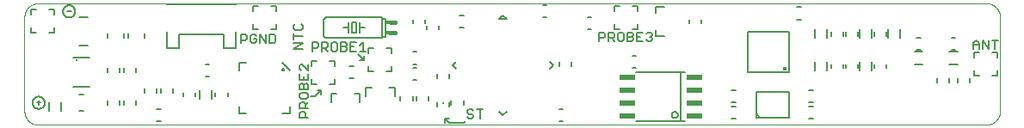
<source format=gto>
G75*
%MOIN*%
%OFA0B0*%
%FSLAX25Y25*%
%IPPOS*%
%LPD*%
%AMOC8*
5,1,8,0,0,1.08239X$1,22.5*
%
%ADD10C,0.00000*%
%ADD11C,0.00787*%
%ADD12C,0.00500*%
%ADD13C,0.00800*%
%ADD14R,0.05984X0.01930*%
%ADD15C,0.00600*%
%ADD16C,0.00787*%
%ADD17C,0.01575*%
%ADD18R,0.00984X0.00984*%
%ADD19C,0.01600*%
%ADD20R,0.02300X0.01600*%
D10*
X0007412Y0020559D02*
X0374341Y0020559D01*
X0374341Y0020558D02*
X0374488Y0020560D01*
X0374634Y0020566D01*
X0374781Y0020576D01*
X0374927Y0020589D01*
X0375073Y0020607D01*
X0375218Y0020628D01*
X0375362Y0020653D01*
X0375506Y0020683D01*
X0375649Y0020715D01*
X0375791Y0020752D01*
X0375932Y0020793D01*
X0376072Y0020837D01*
X0376211Y0020885D01*
X0376348Y0020936D01*
X0376484Y0020992D01*
X0376619Y0021051D01*
X0376751Y0021113D01*
X0376883Y0021179D01*
X0377012Y0021248D01*
X0377139Y0021321D01*
X0377265Y0021397D01*
X0377388Y0021477D01*
X0377509Y0021560D01*
X0377628Y0021645D01*
X0377745Y0021735D01*
X0377859Y0021827D01*
X0377971Y0021922D01*
X0378080Y0022020D01*
X0378186Y0022121D01*
X0378290Y0022225D01*
X0378391Y0022331D01*
X0378489Y0022440D01*
X0378584Y0022552D01*
X0378676Y0022666D01*
X0378766Y0022783D01*
X0378851Y0022902D01*
X0378934Y0023023D01*
X0379014Y0023146D01*
X0379090Y0023272D01*
X0379163Y0023399D01*
X0379232Y0023528D01*
X0379298Y0023660D01*
X0379360Y0023792D01*
X0379419Y0023927D01*
X0379475Y0024063D01*
X0379526Y0024200D01*
X0379574Y0024339D01*
X0379618Y0024479D01*
X0379659Y0024620D01*
X0379696Y0024762D01*
X0379728Y0024905D01*
X0379758Y0025049D01*
X0379783Y0025193D01*
X0379804Y0025338D01*
X0379822Y0025484D01*
X0379835Y0025630D01*
X0379845Y0025777D01*
X0379851Y0025923D01*
X0379853Y0026070D01*
X0379853Y0062291D01*
X0379851Y0062438D01*
X0379845Y0062584D01*
X0379835Y0062731D01*
X0379822Y0062877D01*
X0379804Y0063023D01*
X0379783Y0063168D01*
X0379758Y0063312D01*
X0379728Y0063456D01*
X0379696Y0063599D01*
X0379659Y0063741D01*
X0379618Y0063882D01*
X0379574Y0064022D01*
X0379526Y0064161D01*
X0379475Y0064298D01*
X0379419Y0064434D01*
X0379360Y0064569D01*
X0379298Y0064701D01*
X0379232Y0064833D01*
X0379163Y0064962D01*
X0379090Y0065089D01*
X0379014Y0065215D01*
X0378934Y0065338D01*
X0378851Y0065459D01*
X0378766Y0065578D01*
X0378676Y0065695D01*
X0378584Y0065809D01*
X0378489Y0065921D01*
X0378391Y0066030D01*
X0378290Y0066136D01*
X0378186Y0066240D01*
X0378080Y0066341D01*
X0377971Y0066439D01*
X0377859Y0066534D01*
X0377745Y0066626D01*
X0377628Y0066716D01*
X0377509Y0066801D01*
X0377388Y0066884D01*
X0377265Y0066964D01*
X0377139Y0067040D01*
X0377012Y0067113D01*
X0376883Y0067182D01*
X0376751Y0067248D01*
X0376619Y0067310D01*
X0376484Y0067369D01*
X0376348Y0067425D01*
X0376211Y0067476D01*
X0376072Y0067524D01*
X0375932Y0067568D01*
X0375791Y0067609D01*
X0375649Y0067646D01*
X0375506Y0067678D01*
X0375362Y0067708D01*
X0375218Y0067733D01*
X0375073Y0067754D01*
X0374927Y0067772D01*
X0374781Y0067785D01*
X0374634Y0067795D01*
X0374488Y0067801D01*
X0374341Y0067803D01*
X0007412Y0067803D01*
X0007265Y0067801D01*
X0007119Y0067795D01*
X0006972Y0067785D01*
X0006826Y0067772D01*
X0006680Y0067754D01*
X0006535Y0067733D01*
X0006391Y0067708D01*
X0006247Y0067678D01*
X0006104Y0067646D01*
X0005962Y0067609D01*
X0005821Y0067568D01*
X0005681Y0067524D01*
X0005542Y0067476D01*
X0005405Y0067425D01*
X0005269Y0067369D01*
X0005134Y0067310D01*
X0005002Y0067248D01*
X0004870Y0067182D01*
X0004741Y0067113D01*
X0004614Y0067040D01*
X0004488Y0066964D01*
X0004365Y0066884D01*
X0004244Y0066801D01*
X0004125Y0066716D01*
X0004008Y0066626D01*
X0003894Y0066534D01*
X0003782Y0066439D01*
X0003673Y0066341D01*
X0003567Y0066240D01*
X0003463Y0066136D01*
X0003362Y0066030D01*
X0003264Y0065921D01*
X0003169Y0065809D01*
X0003077Y0065695D01*
X0002987Y0065578D01*
X0002902Y0065459D01*
X0002819Y0065338D01*
X0002739Y0065215D01*
X0002663Y0065089D01*
X0002590Y0064962D01*
X0002521Y0064833D01*
X0002455Y0064701D01*
X0002393Y0064569D01*
X0002334Y0064434D01*
X0002278Y0064298D01*
X0002227Y0064161D01*
X0002179Y0064022D01*
X0002135Y0063882D01*
X0002094Y0063741D01*
X0002057Y0063599D01*
X0002025Y0063456D01*
X0001995Y0063312D01*
X0001970Y0063168D01*
X0001949Y0063023D01*
X0001931Y0062877D01*
X0001918Y0062731D01*
X0001908Y0062584D01*
X0001902Y0062438D01*
X0001900Y0062291D01*
X0001900Y0026070D01*
X0001902Y0025923D01*
X0001908Y0025777D01*
X0001918Y0025630D01*
X0001931Y0025484D01*
X0001949Y0025338D01*
X0001970Y0025193D01*
X0001995Y0025049D01*
X0002025Y0024905D01*
X0002057Y0024762D01*
X0002094Y0024620D01*
X0002135Y0024479D01*
X0002179Y0024339D01*
X0002227Y0024200D01*
X0002278Y0024063D01*
X0002334Y0023927D01*
X0002393Y0023792D01*
X0002455Y0023660D01*
X0002521Y0023528D01*
X0002590Y0023399D01*
X0002663Y0023272D01*
X0002739Y0023146D01*
X0002819Y0023023D01*
X0002902Y0022902D01*
X0002987Y0022783D01*
X0003077Y0022666D01*
X0003169Y0022552D01*
X0003264Y0022440D01*
X0003362Y0022331D01*
X0003463Y0022225D01*
X0003567Y0022121D01*
X0003673Y0022020D01*
X0003782Y0021922D01*
X0003894Y0021827D01*
X0004008Y0021735D01*
X0004125Y0021645D01*
X0004244Y0021560D01*
X0004365Y0021477D01*
X0004488Y0021397D01*
X0004614Y0021321D01*
X0004741Y0021248D01*
X0004870Y0021179D01*
X0005002Y0021113D01*
X0005134Y0021051D01*
X0005269Y0020992D01*
X0005405Y0020936D01*
X0005542Y0020885D01*
X0005681Y0020837D01*
X0005821Y0020793D01*
X0005962Y0020752D01*
X0006104Y0020715D01*
X0006247Y0020683D01*
X0006391Y0020653D01*
X0006535Y0020628D01*
X0006680Y0020607D01*
X0006826Y0020589D01*
X0006972Y0020576D01*
X0007119Y0020566D01*
X0007265Y0020560D01*
X0007412Y0020558D01*
D11*
X0011349Y0026070D02*
X0011349Y0029220D01*
X0008200Y0029220D02*
X0006625Y0029220D01*
X0005050Y0029220D02*
X0005052Y0029317D01*
X0005058Y0029414D01*
X0005068Y0029510D01*
X0005082Y0029606D01*
X0005100Y0029702D01*
X0005121Y0029796D01*
X0005147Y0029890D01*
X0005176Y0029982D01*
X0005210Y0030073D01*
X0005246Y0030163D01*
X0005287Y0030251D01*
X0005331Y0030337D01*
X0005379Y0030422D01*
X0005430Y0030504D01*
X0005484Y0030585D01*
X0005542Y0030663D01*
X0005603Y0030738D01*
X0005666Y0030811D01*
X0005733Y0030882D01*
X0005803Y0030949D01*
X0005875Y0031014D01*
X0005950Y0031075D01*
X0006028Y0031134D01*
X0006107Y0031189D01*
X0006189Y0031241D01*
X0006273Y0031289D01*
X0006359Y0031334D01*
X0006447Y0031376D01*
X0006536Y0031414D01*
X0006627Y0031448D01*
X0006719Y0031478D01*
X0006812Y0031505D01*
X0006907Y0031527D01*
X0007002Y0031546D01*
X0007098Y0031561D01*
X0007194Y0031572D01*
X0007291Y0031579D01*
X0007388Y0031582D01*
X0007485Y0031581D01*
X0007582Y0031576D01*
X0007678Y0031567D01*
X0007774Y0031554D01*
X0007870Y0031537D01*
X0007965Y0031516D01*
X0008058Y0031492D01*
X0008151Y0031463D01*
X0008243Y0031431D01*
X0008333Y0031395D01*
X0008421Y0031356D01*
X0008508Y0031312D01*
X0008593Y0031266D01*
X0008676Y0031215D01*
X0008757Y0031162D01*
X0008835Y0031105D01*
X0008912Y0031045D01*
X0008985Y0030982D01*
X0009056Y0030916D01*
X0009124Y0030847D01*
X0009190Y0030775D01*
X0009252Y0030701D01*
X0009311Y0030624D01*
X0009367Y0030545D01*
X0009420Y0030463D01*
X0009470Y0030380D01*
X0009515Y0030294D01*
X0009558Y0030207D01*
X0009597Y0030118D01*
X0009632Y0030028D01*
X0009663Y0029936D01*
X0009690Y0029843D01*
X0009714Y0029749D01*
X0009734Y0029654D01*
X0009750Y0029558D01*
X0009762Y0029462D01*
X0009770Y0029365D01*
X0009774Y0029268D01*
X0009774Y0029172D01*
X0009770Y0029075D01*
X0009762Y0028978D01*
X0009750Y0028882D01*
X0009734Y0028786D01*
X0009714Y0028691D01*
X0009690Y0028597D01*
X0009663Y0028504D01*
X0009632Y0028412D01*
X0009597Y0028322D01*
X0009558Y0028233D01*
X0009515Y0028146D01*
X0009470Y0028060D01*
X0009420Y0027977D01*
X0009367Y0027895D01*
X0009311Y0027816D01*
X0009252Y0027739D01*
X0009190Y0027665D01*
X0009124Y0027593D01*
X0009056Y0027524D01*
X0008985Y0027458D01*
X0008912Y0027395D01*
X0008835Y0027335D01*
X0008757Y0027278D01*
X0008676Y0027225D01*
X0008593Y0027174D01*
X0008508Y0027128D01*
X0008421Y0027084D01*
X0008333Y0027045D01*
X0008243Y0027009D01*
X0008151Y0026977D01*
X0008058Y0026948D01*
X0007965Y0026924D01*
X0007870Y0026903D01*
X0007774Y0026886D01*
X0007678Y0026873D01*
X0007582Y0026864D01*
X0007485Y0026859D01*
X0007388Y0026858D01*
X0007291Y0026861D01*
X0007194Y0026868D01*
X0007098Y0026879D01*
X0007002Y0026894D01*
X0006907Y0026913D01*
X0006812Y0026935D01*
X0006719Y0026962D01*
X0006627Y0026992D01*
X0006536Y0027026D01*
X0006447Y0027064D01*
X0006359Y0027106D01*
X0006273Y0027151D01*
X0006189Y0027199D01*
X0006107Y0027251D01*
X0006028Y0027306D01*
X0005950Y0027365D01*
X0005875Y0027426D01*
X0005803Y0027491D01*
X0005733Y0027558D01*
X0005666Y0027629D01*
X0005603Y0027702D01*
X0005542Y0027777D01*
X0005484Y0027855D01*
X0005430Y0027936D01*
X0005379Y0028018D01*
X0005331Y0028103D01*
X0005287Y0028189D01*
X0005246Y0028277D01*
X0005210Y0028367D01*
X0005176Y0028458D01*
X0005147Y0028550D01*
X0005121Y0028644D01*
X0005100Y0028738D01*
X0005082Y0028834D01*
X0005068Y0028930D01*
X0005058Y0029026D01*
X0005052Y0029123D01*
X0005050Y0029220D01*
X0007412Y0030007D02*
X0007412Y0028433D01*
X0016074Y0029220D02*
X0016074Y0026070D01*
X0023160Y0026070D02*
X0024735Y0026070D01*
X0034184Y0028433D02*
X0034184Y0030007D01*
X0038908Y0030007D02*
X0038908Y0028433D01*
X0040483Y0028433D02*
X0040483Y0030007D01*
X0045207Y0030007D02*
X0045207Y0028433D01*
X0053081Y0026858D02*
X0054656Y0026858D01*
X0054656Y0022133D02*
X0053081Y0022133D01*
X0063318Y0031582D02*
X0063318Y0033157D01*
X0059381Y0033157D02*
X0059381Y0034732D01*
X0054656Y0034732D02*
X0054656Y0033157D01*
X0053081Y0033157D02*
X0053081Y0034732D01*
X0048357Y0034732D02*
X0048357Y0033157D01*
X0045207Y0041031D02*
X0045207Y0042606D01*
X0040483Y0042606D02*
X0040483Y0041031D01*
X0038908Y0041031D02*
X0038908Y0042606D01*
X0034184Y0042606D02*
X0034184Y0041031D01*
X0024735Y0032370D02*
X0023160Y0032370D01*
X0068042Y0031582D02*
X0068042Y0033157D01*
X0069617Y0033944D02*
X0069617Y0030795D01*
X0074341Y0030795D02*
X0074341Y0033944D01*
X0075916Y0033157D02*
X0075916Y0031582D01*
X0080641Y0031582D02*
X0080641Y0033157D01*
X0073554Y0039456D02*
X0071979Y0039456D01*
X0071979Y0044181D02*
X0073554Y0044181D01*
X0048357Y0054417D02*
X0048357Y0055992D01*
X0042058Y0055992D02*
X0042058Y0054417D01*
X0040483Y0054417D02*
X0040483Y0055992D01*
X0034184Y0055992D02*
X0034184Y0054417D01*
X0026310Y0051267D02*
X0023160Y0051267D01*
X0023160Y0062291D02*
X0026310Y0062291D01*
X0020011Y0064653D02*
X0018436Y0064653D01*
X0016861Y0064653D02*
X0016863Y0064750D01*
X0016869Y0064847D01*
X0016879Y0064943D01*
X0016893Y0065039D01*
X0016911Y0065135D01*
X0016932Y0065229D01*
X0016958Y0065323D01*
X0016987Y0065415D01*
X0017021Y0065506D01*
X0017057Y0065596D01*
X0017098Y0065684D01*
X0017142Y0065770D01*
X0017190Y0065855D01*
X0017241Y0065937D01*
X0017295Y0066018D01*
X0017353Y0066096D01*
X0017414Y0066171D01*
X0017477Y0066244D01*
X0017544Y0066315D01*
X0017614Y0066382D01*
X0017686Y0066447D01*
X0017761Y0066508D01*
X0017839Y0066567D01*
X0017918Y0066622D01*
X0018000Y0066674D01*
X0018084Y0066722D01*
X0018170Y0066767D01*
X0018258Y0066809D01*
X0018347Y0066847D01*
X0018438Y0066881D01*
X0018530Y0066911D01*
X0018623Y0066938D01*
X0018718Y0066960D01*
X0018813Y0066979D01*
X0018909Y0066994D01*
X0019005Y0067005D01*
X0019102Y0067012D01*
X0019199Y0067015D01*
X0019296Y0067014D01*
X0019393Y0067009D01*
X0019489Y0067000D01*
X0019585Y0066987D01*
X0019681Y0066970D01*
X0019776Y0066949D01*
X0019869Y0066925D01*
X0019962Y0066896D01*
X0020054Y0066864D01*
X0020144Y0066828D01*
X0020232Y0066789D01*
X0020319Y0066745D01*
X0020404Y0066699D01*
X0020487Y0066648D01*
X0020568Y0066595D01*
X0020646Y0066538D01*
X0020723Y0066478D01*
X0020796Y0066415D01*
X0020867Y0066349D01*
X0020935Y0066280D01*
X0021001Y0066208D01*
X0021063Y0066134D01*
X0021122Y0066057D01*
X0021178Y0065978D01*
X0021231Y0065896D01*
X0021281Y0065813D01*
X0021326Y0065727D01*
X0021369Y0065640D01*
X0021408Y0065551D01*
X0021443Y0065461D01*
X0021474Y0065369D01*
X0021501Y0065276D01*
X0021525Y0065182D01*
X0021545Y0065087D01*
X0021561Y0064991D01*
X0021573Y0064895D01*
X0021581Y0064798D01*
X0021585Y0064701D01*
X0021585Y0064605D01*
X0021581Y0064508D01*
X0021573Y0064411D01*
X0021561Y0064315D01*
X0021545Y0064219D01*
X0021525Y0064124D01*
X0021501Y0064030D01*
X0021474Y0063937D01*
X0021443Y0063845D01*
X0021408Y0063755D01*
X0021369Y0063666D01*
X0021326Y0063579D01*
X0021281Y0063493D01*
X0021231Y0063410D01*
X0021178Y0063328D01*
X0021122Y0063249D01*
X0021063Y0063172D01*
X0021001Y0063098D01*
X0020935Y0063026D01*
X0020867Y0062957D01*
X0020796Y0062891D01*
X0020723Y0062828D01*
X0020646Y0062768D01*
X0020568Y0062711D01*
X0020487Y0062658D01*
X0020404Y0062607D01*
X0020319Y0062561D01*
X0020232Y0062517D01*
X0020144Y0062478D01*
X0020054Y0062442D01*
X0019962Y0062410D01*
X0019869Y0062381D01*
X0019776Y0062357D01*
X0019681Y0062336D01*
X0019585Y0062319D01*
X0019489Y0062306D01*
X0019393Y0062297D01*
X0019296Y0062292D01*
X0019199Y0062291D01*
X0019102Y0062294D01*
X0019005Y0062301D01*
X0018909Y0062312D01*
X0018813Y0062327D01*
X0018718Y0062346D01*
X0018623Y0062368D01*
X0018530Y0062395D01*
X0018438Y0062425D01*
X0018347Y0062459D01*
X0018258Y0062497D01*
X0018170Y0062539D01*
X0018084Y0062584D01*
X0018000Y0062632D01*
X0017918Y0062684D01*
X0017839Y0062739D01*
X0017761Y0062798D01*
X0017686Y0062859D01*
X0017614Y0062924D01*
X0017544Y0062991D01*
X0017477Y0063062D01*
X0017414Y0063135D01*
X0017353Y0063210D01*
X0017295Y0063288D01*
X0017241Y0063369D01*
X0017190Y0063451D01*
X0017142Y0063536D01*
X0017098Y0063622D01*
X0017057Y0063710D01*
X0017021Y0063800D01*
X0016987Y0063891D01*
X0016958Y0063983D01*
X0016932Y0064077D01*
X0016911Y0064171D01*
X0016893Y0064267D01*
X0016879Y0064363D01*
X0016869Y0064459D01*
X0016863Y0064556D01*
X0016861Y0064653D01*
X0112924Y0031582D02*
X0114499Y0031582D01*
X0116861Y0033944D01*
X0116861Y0032370D01*
X0116861Y0033944D02*
X0115286Y0033944D01*
X0127885Y0038669D02*
X0129459Y0038669D01*
X0129459Y0043393D02*
X0127885Y0043393D01*
X0131822Y0045756D02*
X0133396Y0045756D01*
X0133396Y0047330D01*
X0133396Y0045756D02*
X0131034Y0048118D01*
X0152294Y0048905D02*
X0153869Y0048905D01*
X0153869Y0044181D02*
X0152294Y0044181D01*
X0152294Y0042606D02*
X0153869Y0042606D01*
X0161743Y0040244D02*
X0161743Y0038669D01*
X0166467Y0038669D02*
X0166467Y0040244D01*
X0153869Y0037881D02*
X0152294Y0037881D01*
X0152294Y0031582D02*
X0152294Y0030007D01*
X0153869Y0030007D02*
X0153869Y0031582D01*
X0158593Y0031582D02*
X0158593Y0030007D01*
X0161743Y0029220D02*
X0161743Y0027645D01*
X0166467Y0027645D02*
X0166467Y0029220D01*
X0167255Y0030007D02*
X0167255Y0028433D01*
X0171979Y0028433D02*
X0171979Y0030007D01*
X0172767Y0022133D02*
X0171979Y0021346D01*
X0166467Y0021346D01*
X0164893Y0022921D01*
X0164893Y0021346D01*
X0164893Y0022921D02*
X0166467Y0022921D01*
X0147570Y0030007D02*
X0147570Y0031582D01*
X0208987Y0026858D02*
X0210562Y0026858D01*
X0210562Y0022133D02*
X0208987Y0022133D01*
X0208987Y0043393D02*
X0208987Y0044968D01*
X0213711Y0044968D02*
X0213711Y0043393D01*
X0237333Y0042606D02*
X0238908Y0042606D01*
X0238908Y0047330D02*
X0237333Y0047330D01*
X0221585Y0057567D02*
X0220011Y0057567D01*
X0220011Y0062291D02*
X0221585Y0062291D01*
X0204263Y0062291D02*
X0202688Y0062291D01*
X0202688Y0067015D02*
X0204263Y0067015D01*
X0171979Y0063078D02*
X0170404Y0063078D01*
X0162530Y0059141D02*
X0162530Y0057567D01*
X0157806Y0057567D02*
X0157806Y0059141D01*
X0157019Y0059929D02*
X0157019Y0061504D01*
X0152294Y0061504D02*
X0152294Y0059929D01*
X0170404Y0058354D02*
X0171979Y0058354D01*
X0259381Y0059929D02*
X0259381Y0061504D01*
X0264105Y0061504D02*
X0264105Y0059929D01*
X0301113Y0061504D02*
X0302688Y0061504D01*
X0308200Y0057567D02*
X0308200Y0054417D01*
X0312924Y0054417D02*
X0312924Y0057567D01*
X0314499Y0056779D02*
X0314499Y0055204D01*
X0319223Y0055204D02*
X0319223Y0056779D01*
X0320011Y0056779D02*
X0320011Y0055204D01*
X0324735Y0055204D02*
X0324735Y0056779D01*
X0325522Y0057567D02*
X0325522Y0054417D01*
X0330247Y0054417D02*
X0330247Y0057567D01*
X0331034Y0056779D02*
X0331034Y0055204D01*
X0335759Y0055204D02*
X0335759Y0056779D01*
X0336546Y0057567D02*
X0336546Y0054417D01*
X0341270Y0054417D02*
X0341270Y0057567D01*
X0347570Y0054417D02*
X0349144Y0054417D01*
X0349144Y0049693D02*
X0347570Y0049693D01*
X0346782Y0048905D02*
X0349932Y0048905D01*
X0349932Y0044181D02*
X0346782Y0044181D01*
X0335759Y0044181D02*
X0335759Y0042606D01*
X0331034Y0042606D02*
X0331034Y0044181D01*
X0330247Y0044968D02*
X0330247Y0041819D01*
X0325522Y0041819D02*
X0325522Y0044968D01*
X0324735Y0044181D02*
X0324735Y0042606D01*
X0320011Y0042606D02*
X0320011Y0044181D01*
X0319223Y0044181D02*
X0319223Y0042606D01*
X0314499Y0042606D02*
X0314499Y0044181D01*
X0312924Y0044968D02*
X0312924Y0041819D01*
X0308200Y0041819D02*
X0308200Y0044968D01*
X0307412Y0033944D02*
X0305837Y0033944D01*
X0305837Y0029220D02*
X0307412Y0029220D01*
X0307412Y0027645D02*
X0305837Y0027645D01*
X0305837Y0022921D02*
X0307412Y0022921D01*
X0277491Y0022921D02*
X0275916Y0022921D01*
X0275916Y0027645D02*
X0277491Y0027645D01*
X0277491Y0029220D02*
X0275916Y0029220D01*
X0275916Y0033944D02*
X0277491Y0033944D01*
X0355444Y0037094D02*
X0355444Y0038669D01*
X0360168Y0038669D02*
X0360168Y0037094D01*
X0363318Y0037094D02*
X0363318Y0038669D01*
X0368042Y0038669D02*
X0368042Y0037094D01*
X0363318Y0044181D02*
X0360168Y0044181D01*
X0360168Y0048905D02*
X0363318Y0048905D01*
X0362530Y0049693D02*
X0360956Y0049693D01*
X0360956Y0054417D02*
X0362530Y0054417D01*
X0302688Y0066228D02*
X0301113Y0066228D01*
D12*
X0297963Y0056779D02*
X0282215Y0056779D01*
X0282215Y0041031D01*
X0297963Y0041031D01*
X0297963Y0056779D01*
X0297963Y0033354D02*
X0285365Y0033354D01*
X0285365Y0024889D01*
X0286743Y0023511D01*
X0285365Y0023511D01*
X0285365Y0024889D01*
X0286743Y0023511D02*
X0297963Y0023511D01*
X0297963Y0033354D01*
X0252688Y0024496D02*
X0252690Y0024565D01*
X0252696Y0024633D01*
X0252706Y0024701D01*
X0252720Y0024768D01*
X0252738Y0024835D01*
X0252759Y0024900D01*
X0252785Y0024964D01*
X0252814Y0025026D01*
X0252846Y0025086D01*
X0252882Y0025145D01*
X0252922Y0025201D01*
X0252964Y0025255D01*
X0253010Y0025306D01*
X0253059Y0025355D01*
X0253110Y0025401D01*
X0253164Y0025443D01*
X0253220Y0025483D01*
X0253278Y0025519D01*
X0253339Y0025551D01*
X0253401Y0025580D01*
X0253465Y0025606D01*
X0253530Y0025627D01*
X0253597Y0025645D01*
X0253664Y0025659D01*
X0253732Y0025669D01*
X0253800Y0025675D01*
X0253869Y0025677D01*
X0253938Y0025675D01*
X0254006Y0025669D01*
X0254074Y0025659D01*
X0254141Y0025645D01*
X0254208Y0025627D01*
X0254273Y0025606D01*
X0254337Y0025580D01*
X0254399Y0025551D01*
X0254459Y0025519D01*
X0254518Y0025483D01*
X0254574Y0025443D01*
X0254628Y0025401D01*
X0254679Y0025355D01*
X0254728Y0025306D01*
X0254774Y0025255D01*
X0254816Y0025201D01*
X0254856Y0025145D01*
X0254892Y0025086D01*
X0254924Y0025026D01*
X0254953Y0024964D01*
X0254979Y0024900D01*
X0255000Y0024835D01*
X0255018Y0024768D01*
X0255032Y0024701D01*
X0255042Y0024633D01*
X0255048Y0024565D01*
X0255050Y0024496D01*
X0255048Y0024427D01*
X0255042Y0024359D01*
X0255032Y0024291D01*
X0255018Y0024224D01*
X0255000Y0024157D01*
X0254979Y0024092D01*
X0254953Y0024028D01*
X0254924Y0023966D01*
X0254892Y0023905D01*
X0254856Y0023847D01*
X0254816Y0023791D01*
X0254774Y0023737D01*
X0254728Y0023686D01*
X0254679Y0023637D01*
X0254628Y0023591D01*
X0254574Y0023549D01*
X0254518Y0023509D01*
X0254460Y0023473D01*
X0254399Y0023441D01*
X0254337Y0023412D01*
X0254273Y0023386D01*
X0254208Y0023365D01*
X0254141Y0023347D01*
X0254074Y0023333D01*
X0254006Y0023323D01*
X0253938Y0023317D01*
X0253869Y0023315D01*
X0253800Y0023317D01*
X0253732Y0023323D01*
X0253664Y0023333D01*
X0253597Y0023347D01*
X0253530Y0023365D01*
X0253465Y0023386D01*
X0253401Y0023412D01*
X0253339Y0023441D01*
X0253278Y0023473D01*
X0253220Y0023509D01*
X0253164Y0023549D01*
X0253110Y0023591D01*
X0253059Y0023637D01*
X0253010Y0023686D01*
X0252964Y0023737D01*
X0252922Y0023791D01*
X0252882Y0023847D01*
X0252846Y0023905D01*
X0252814Y0023966D01*
X0252785Y0024028D01*
X0252759Y0024092D01*
X0252738Y0024157D01*
X0252720Y0024224D01*
X0252706Y0024291D01*
X0252696Y0024359D01*
X0252690Y0024427D01*
X0252688Y0024496D01*
X0206753Y0043719D02*
X0205361Y0042328D01*
X0206753Y0043719D02*
X0205361Y0045111D01*
X0169171Y0045111D02*
X0167779Y0043719D01*
X0169171Y0042328D01*
X0185874Y0025624D02*
X0187266Y0024232D01*
X0188658Y0025624D01*
X0104656Y0024889D02*
X0101704Y0024889D01*
X0104656Y0024889D02*
X0104656Y0027842D01*
X0087924Y0024889D02*
X0084971Y0024889D01*
X0084971Y0027842D01*
X0084971Y0041622D02*
X0084971Y0044574D01*
X0087924Y0044574D01*
X0101704Y0044574D02*
X0104656Y0041622D01*
X0101703Y0042015D02*
X0101705Y0042054D01*
X0101711Y0042093D01*
X0101721Y0042131D01*
X0101734Y0042168D01*
X0101751Y0042203D01*
X0101771Y0042237D01*
X0101795Y0042268D01*
X0101822Y0042297D01*
X0101851Y0042323D01*
X0101883Y0042346D01*
X0101917Y0042366D01*
X0101953Y0042382D01*
X0101990Y0042394D01*
X0102029Y0042403D01*
X0102068Y0042408D01*
X0102107Y0042409D01*
X0102146Y0042406D01*
X0102185Y0042399D01*
X0102222Y0042388D01*
X0102259Y0042374D01*
X0102294Y0042356D01*
X0102327Y0042335D01*
X0102358Y0042310D01*
X0102386Y0042283D01*
X0102411Y0042253D01*
X0102433Y0042220D01*
X0102452Y0042186D01*
X0102467Y0042150D01*
X0102479Y0042112D01*
X0102487Y0042074D01*
X0102491Y0042035D01*
X0102491Y0041995D01*
X0102487Y0041956D01*
X0102479Y0041918D01*
X0102467Y0041880D01*
X0102452Y0041844D01*
X0102433Y0041810D01*
X0102411Y0041777D01*
X0102386Y0041747D01*
X0102358Y0041720D01*
X0102327Y0041695D01*
X0102294Y0041674D01*
X0102259Y0041656D01*
X0102222Y0041642D01*
X0102185Y0041631D01*
X0102146Y0041624D01*
X0102107Y0041621D01*
X0102068Y0041622D01*
X0102029Y0041627D01*
X0101990Y0041636D01*
X0101953Y0041648D01*
X0101917Y0041664D01*
X0101883Y0041684D01*
X0101851Y0041707D01*
X0101822Y0041733D01*
X0101795Y0041762D01*
X0101771Y0041793D01*
X0101751Y0041827D01*
X0101734Y0041862D01*
X0101721Y0041899D01*
X0101711Y0041937D01*
X0101705Y0041976D01*
X0101703Y0042015D01*
X0185874Y0061815D02*
X0187266Y0063207D01*
X0188658Y0061815D01*
X0185874Y0061815D01*
D13*
X0238790Y0041031D02*
X0255956Y0041031D01*
X0255956Y0022133D01*
X0238790Y0022133D01*
X0255956Y0022133D02*
X0257924Y0022133D01*
X0257924Y0041031D02*
X0255956Y0041031D01*
X0083790Y0050283D02*
X0079066Y0050283D01*
X0079066Y0055795D01*
X0061743Y0055795D01*
X0061743Y0050283D01*
X0057019Y0050283D01*
X0057019Y0056582D01*
X0057019Y0067212D02*
X0083790Y0067212D01*
X0083790Y0056582D02*
X0083790Y0050283D01*
D14*
X0235404Y0039082D03*
X0235404Y0034082D03*
X0235404Y0029082D03*
X0235404Y0024082D03*
X0261310Y0024082D03*
X0261310Y0029082D03*
X0261310Y0034082D03*
X0261310Y0039082D03*
D15*
X0245156Y0053697D02*
X0244589Y0053130D01*
X0243455Y0053130D01*
X0242888Y0053697D01*
X0241473Y0053130D02*
X0239205Y0053130D01*
X0239205Y0056533D01*
X0241473Y0056533D01*
X0242888Y0055966D02*
X0243455Y0056533D01*
X0244589Y0056533D01*
X0245156Y0055966D01*
X0245156Y0055399D01*
X0244589Y0054832D01*
X0245156Y0054265D01*
X0245156Y0053697D01*
X0244589Y0054832D02*
X0244022Y0054832D01*
X0246544Y0055116D02*
X0246544Y0057316D01*
X0246544Y0055116D02*
X0249744Y0055116D01*
X0240339Y0054832D02*
X0239205Y0054832D01*
X0237790Y0055399D02*
X0237223Y0054832D01*
X0235521Y0054832D01*
X0235521Y0056533D02*
X0235521Y0053130D01*
X0237223Y0053130D01*
X0237790Y0053697D01*
X0237790Y0054265D01*
X0237223Y0054832D01*
X0237790Y0055399D02*
X0237790Y0055966D01*
X0237223Y0056533D01*
X0235521Y0056533D01*
X0234107Y0055966D02*
X0233540Y0056533D01*
X0232405Y0056533D01*
X0231838Y0055966D01*
X0231838Y0053697D01*
X0232405Y0053130D01*
X0233540Y0053130D01*
X0234107Y0053697D01*
X0234107Y0055966D01*
X0230424Y0055966D02*
X0230424Y0054832D01*
X0229857Y0054265D01*
X0228155Y0054265D01*
X0229289Y0054265D02*
X0230424Y0053130D01*
X0228155Y0053130D02*
X0228155Y0056533D01*
X0229857Y0056533D01*
X0230424Y0055966D01*
X0226741Y0055966D02*
X0226741Y0054832D01*
X0226173Y0054265D01*
X0224472Y0054265D01*
X0224472Y0053130D02*
X0224472Y0056533D01*
X0226173Y0056533D01*
X0226741Y0055966D01*
X0230471Y0057791D02*
X0232471Y0057791D01*
X0230471Y0057791D02*
X0230471Y0059791D01*
X0237471Y0057791D02*
X0239471Y0057791D01*
X0239471Y0059791D01*
X0246544Y0064116D02*
X0246544Y0066316D01*
X0249744Y0066316D01*
X0239471Y0066791D02*
X0239471Y0064791D01*
X0239471Y0066791D02*
X0237471Y0066791D01*
X0232471Y0066791D02*
X0230471Y0066791D01*
X0230471Y0064791D01*
X0144196Y0050256D02*
X0144196Y0048256D01*
X0144196Y0050256D02*
X0142196Y0050256D01*
X0137196Y0050256D02*
X0135196Y0050256D01*
X0135196Y0048256D01*
X0134133Y0049193D02*
X0131864Y0049193D01*
X0132998Y0049193D02*
X0132998Y0052596D01*
X0131864Y0051462D01*
X0130450Y0052596D02*
X0128181Y0052596D01*
X0128181Y0049193D01*
X0130450Y0049193D01*
X0126766Y0049760D02*
X0126199Y0049193D01*
X0124498Y0049193D01*
X0124498Y0052596D01*
X0126199Y0052596D01*
X0126766Y0052029D01*
X0126766Y0051462D01*
X0126199Y0050895D01*
X0124498Y0050895D01*
X0126199Y0050895D02*
X0126766Y0050328D01*
X0126766Y0049760D01*
X0128181Y0050895D02*
X0129315Y0050895D01*
X0123083Y0049760D02*
X0123083Y0052029D01*
X0122516Y0052596D01*
X0121382Y0052596D01*
X0120815Y0052029D01*
X0120815Y0049760D01*
X0121382Y0049193D01*
X0122516Y0049193D01*
X0123083Y0049760D01*
X0119400Y0049193D02*
X0118266Y0050328D01*
X0118833Y0050328D02*
X0117132Y0050328D01*
X0117132Y0049193D02*
X0117132Y0052596D01*
X0118833Y0052596D01*
X0119400Y0052029D01*
X0119400Y0050895D01*
X0118833Y0050328D01*
X0115717Y0050895D02*
X0115150Y0050328D01*
X0113448Y0050328D01*
X0113448Y0049193D02*
X0113448Y0052596D01*
X0115150Y0052596D01*
X0115717Y0052029D01*
X0115717Y0050895D01*
X0118857Y0054354D02*
X0140357Y0054354D01*
X0140357Y0054854D01*
X0140357Y0061854D01*
X0140357Y0062354D01*
X0118857Y0062354D01*
X0118797Y0062352D01*
X0118736Y0062347D01*
X0118677Y0062338D01*
X0118618Y0062325D01*
X0118559Y0062309D01*
X0118502Y0062289D01*
X0118447Y0062266D01*
X0118392Y0062239D01*
X0118340Y0062210D01*
X0118289Y0062177D01*
X0118240Y0062141D01*
X0118194Y0062103D01*
X0118150Y0062061D01*
X0118108Y0062017D01*
X0118070Y0061971D01*
X0118034Y0061922D01*
X0118001Y0061871D01*
X0117972Y0061819D01*
X0117945Y0061764D01*
X0117922Y0061709D01*
X0117902Y0061652D01*
X0117886Y0061593D01*
X0117873Y0061534D01*
X0117864Y0061475D01*
X0117859Y0061414D01*
X0117857Y0061354D01*
X0117857Y0055354D01*
X0117859Y0055294D01*
X0117864Y0055233D01*
X0117873Y0055174D01*
X0117886Y0055115D01*
X0117902Y0055056D01*
X0117922Y0054999D01*
X0117945Y0054944D01*
X0117972Y0054889D01*
X0118001Y0054837D01*
X0118034Y0054786D01*
X0118070Y0054737D01*
X0118108Y0054691D01*
X0118150Y0054647D01*
X0118194Y0054605D01*
X0118240Y0054567D01*
X0118289Y0054531D01*
X0118340Y0054498D01*
X0118392Y0054469D01*
X0118447Y0054442D01*
X0118502Y0054419D01*
X0118559Y0054399D01*
X0118618Y0054383D01*
X0118677Y0054370D01*
X0118736Y0054361D01*
X0118797Y0054356D01*
X0118857Y0054354D01*
X0127357Y0056354D02*
X0127357Y0058354D01*
X0127357Y0060354D01*
X0128857Y0060354D02*
X0128857Y0056354D01*
X0130357Y0056354D01*
X0130357Y0060354D01*
X0128857Y0060354D01*
X0127357Y0058354D02*
X0125357Y0058354D01*
X0131857Y0058354D02*
X0131857Y0056354D01*
X0131857Y0058354D02*
X0131857Y0060354D01*
X0131857Y0058354D02*
X0133857Y0058354D01*
X0140357Y0061854D02*
X0141857Y0061854D01*
X0141857Y0054854D01*
X0140357Y0054854D01*
X0122148Y0045531D02*
X0120148Y0045531D01*
X0122148Y0045531D02*
X0122148Y0043531D01*
X0115148Y0045531D02*
X0113148Y0045531D01*
X0113148Y0043531D01*
X0111848Y0044130D02*
X0111848Y0041861D01*
X0109580Y0044130D01*
X0109013Y0044130D01*
X0108446Y0043562D01*
X0108446Y0042428D01*
X0109013Y0041861D01*
X0108446Y0040446D02*
X0108446Y0038178D01*
X0111848Y0038178D01*
X0111848Y0040446D01*
X0110147Y0039312D02*
X0110147Y0038178D01*
X0110714Y0036763D02*
X0111281Y0036763D01*
X0111848Y0036196D01*
X0111848Y0034495D01*
X0108446Y0034495D01*
X0108446Y0036196D01*
X0109013Y0036763D01*
X0109580Y0036763D01*
X0110147Y0036196D01*
X0110147Y0034495D01*
X0110147Y0036196D02*
X0110714Y0036763D01*
X0113148Y0036531D02*
X0115148Y0036531D01*
X0113148Y0036531D02*
X0113148Y0038531D01*
X0120148Y0036531D02*
X0122148Y0036531D01*
X0122148Y0038531D01*
X0111848Y0032513D02*
X0111281Y0033080D01*
X0109013Y0033080D01*
X0108446Y0032513D01*
X0108446Y0031379D01*
X0109013Y0030812D01*
X0111281Y0030812D01*
X0111848Y0031379D01*
X0111848Y0032513D01*
X0111848Y0029397D02*
X0110714Y0028263D01*
X0110714Y0028830D02*
X0110714Y0027128D01*
X0111848Y0027128D02*
X0108446Y0027128D01*
X0108446Y0028830D01*
X0109013Y0029397D01*
X0110147Y0029397D01*
X0110714Y0028830D01*
X0110147Y0025714D02*
X0110714Y0025147D01*
X0110714Y0023445D01*
X0111848Y0023445D02*
X0108446Y0023445D01*
X0108446Y0025147D01*
X0109013Y0025714D01*
X0110147Y0025714D01*
X0120710Y0029407D02*
X0120710Y0032607D01*
X0122910Y0032607D01*
X0129710Y0032607D02*
X0131910Y0032607D01*
X0131910Y0029407D01*
X0134096Y0031770D02*
X0134096Y0034970D01*
X0136296Y0034970D01*
X0143096Y0034970D02*
X0145296Y0034970D01*
X0145296Y0031770D01*
X0144196Y0041256D02*
X0142196Y0041256D01*
X0144196Y0041256D02*
X0144196Y0043256D01*
X0137196Y0041256D02*
X0135196Y0041256D01*
X0135196Y0043256D01*
X0109675Y0050105D02*
X0106272Y0050105D01*
X0109675Y0052373D01*
X0106272Y0052373D01*
X0106272Y0053788D02*
X0106272Y0056056D01*
X0106272Y0054922D02*
X0109675Y0054922D01*
X0109108Y0057471D02*
X0106839Y0057471D01*
X0106272Y0058038D01*
X0106272Y0059172D01*
X0106839Y0059739D01*
X0109108Y0059739D02*
X0109675Y0059172D01*
X0109675Y0058038D01*
X0109108Y0057471D01*
X0099314Y0057791D02*
X0097314Y0057791D01*
X0099314Y0057791D02*
X0099314Y0059791D01*
X0092314Y0057791D02*
X0090314Y0057791D01*
X0090314Y0059791D01*
X0090140Y0055746D02*
X0089573Y0055179D01*
X0089573Y0052910D01*
X0090140Y0052343D01*
X0091274Y0052343D01*
X0091841Y0052910D01*
X0091841Y0054044D01*
X0090707Y0054044D01*
X0091841Y0055179D02*
X0091274Y0055746D01*
X0090140Y0055746D01*
X0088158Y0055179D02*
X0088158Y0054044D01*
X0087591Y0053477D01*
X0085889Y0053477D01*
X0085889Y0052343D02*
X0085889Y0055746D01*
X0087591Y0055746D01*
X0088158Y0055179D01*
X0093256Y0055746D02*
X0095524Y0052343D01*
X0095524Y0055746D01*
X0096939Y0055746D02*
X0098640Y0055746D01*
X0099207Y0055179D01*
X0099207Y0052910D01*
X0098640Y0052343D01*
X0096939Y0052343D01*
X0096939Y0055746D01*
X0093256Y0055746D02*
X0093256Y0052343D01*
X0090314Y0064791D02*
X0090314Y0066791D01*
X0092314Y0066791D01*
X0097314Y0066791D02*
X0099314Y0066791D01*
X0099314Y0064791D01*
X0027022Y0046633D02*
X0020873Y0046633D01*
X0013487Y0056216D02*
X0011487Y0056216D01*
X0013487Y0056216D02*
X0013487Y0058216D01*
X0006487Y0056216D02*
X0004487Y0056216D01*
X0004487Y0058216D01*
X0004487Y0063216D02*
X0004487Y0065216D01*
X0006487Y0065216D01*
X0011487Y0065216D02*
X0013487Y0065216D01*
X0013487Y0063216D01*
X0020873Y0035433D02*
X0027022Y0035433D01*
X0173480Y0025982D02*
X0173480Y0025415D01*
X0174047Y0024848D01*
X0175181Y0024848D01*
X0175749Y0024280D01*
X0175749Y0023713D01*
X0175181Y0023146D01*
X0174047Y0023146D01*
X0173480Y0023713D01*
X0173480Y0025982D02*
X0174047Y0026549D01*
X0175181Y0026549D01*
X0175749Y0025982D01*
X0177163Y0026549D02*
X0179432Y0026549D01*
X0178297Y0026549D02*
X0178297Y0023146D01*
X0369841Y0039681D02*
X0371841Y0039681D01*
X0369841Y0039681D02*
X0369841Y0041681D01*
X0376841Y0039681D02*
X0378841Y0039681D01*
X0378841Y0041681D01*
X0378841Y0046681D02*
X0378841Y0048681D01*
X0376841Y0048681D01*
X0377855Y0049981D02*
X0377855Y0053384D01*
X0378989Y0053384D02*
X0376720Y0053384D01*
X0375306Y0053384D02*
X0375306Y0049981D01*
X0373037Y0053384D01*
X0373037Y0049981D01*
X0371623Y0049981D02*
X0371623Y0052249D01*
X0370488Y0053384D01*
X0369354Y0052249D01*
X0369354Y0049981D01*
X0369841Y0048681D02*
X0369841Y0046681D01*
X0369841Y0048681D02*
X0371841Y0048681D01*
X0371623Y0051682D02*
X0369354Y0051682D01*
D16*
X0021979Y0045559D03*
D17*
X0296585Y0042409D03*
D18*
X0164105Y0028925D03*
D19*
X0145357Y0056354D02*
X0143357Y0056354D01*
X0143857Y0060354D02*
X0145357Y0060354D01*
D20*
X0143207Y0060354D03*
X0143207Y0056354D03*
M02*

</source>
